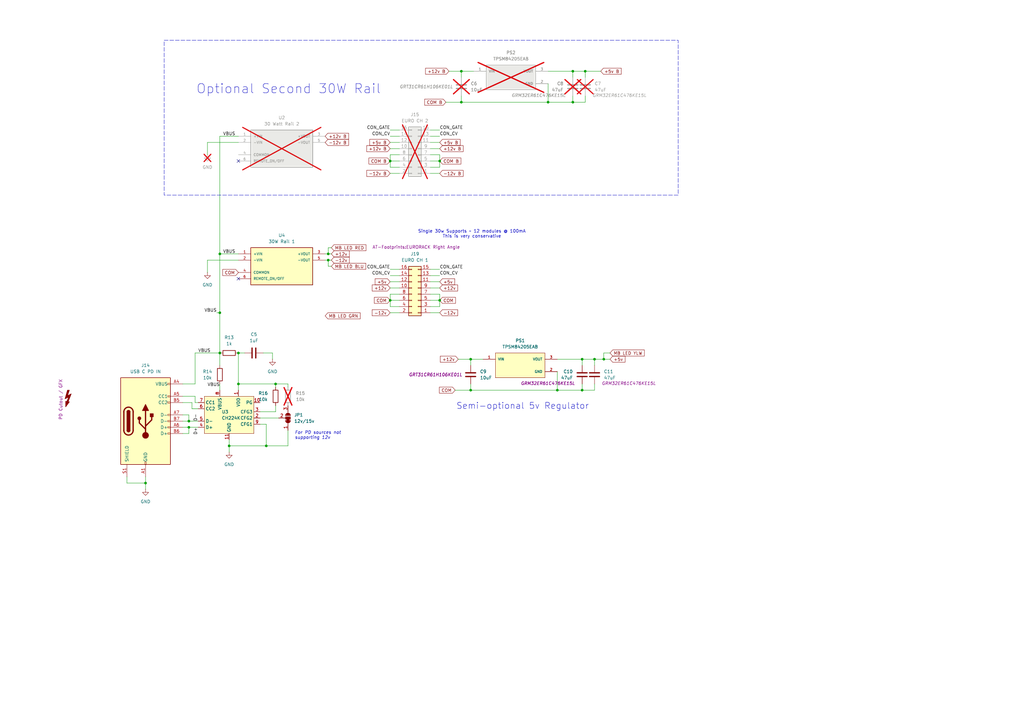
<source format=kicad_sch>
(kicad_sch (version 20231120) (generator "eeschema") (generator_version "8.0")
  (paper "A3")
  (title_block (title "Audio Thing Template") (rev "1.0") (company "velvia-fifty") (comment 1 "https://github.com/velvia-fifty/AudioThings") (comment 2 "You should have changed this already :)") (comment 4 "Stay humble"))
  (lib_symbols
    (symbol "AT-Symbols:CH224K"
      (property "Reference" "U" (at 10.16 -6.35 0))
      (property "Value" "CH224K" (at 10.16 -6.35 0))
      (symbol "CH224K_1_1"
        (rectangle (start 0 0) (end 20.32 -15.24) (fill (type background)))
        (pin power_in line (at 13.97 2.54 270) (length 2.54) (name "VDD") (number "1"))
        (pin bidirectional line (at 22.86 -2.54 180) (length 2.54) (name "PG") (number "10"))
        (pin passive line (at 10.16 -17.78 90) (length 2.54) (name "GND") (number "11"))
        (pin passive line (at 22.86 -8.89 180) (length 2.54) (name "CFG2") (number "2"))
        (pin passive line (at 22.86 -6.35 180) (length 2.54) (name "CFG3") (number "3"))
        (pin bidirectional line (at -2.54 -12.7 0) (length 2.54) (name "D+") (number "4"))
        (pin bidirectional line (at -2.54 -10.16 0) (length 2.54) (name "D-") (number "5"))
        (pin bidirectional line (at -2.54 -5.08 0) (length 2.54) (name "CC2") (number "6"))
        (pin bidirectional line (at -2.54 -2.54 0) (length 2.54) (name "CC1") (number "7"))
        (pin bidirectional line (at 6.35 2.54 270) (length 2.54) (name "VBUS") (number "8"))
        (pin passive line (at 22.86 -11.43 180) (length 2.54) (name "CFG1") (number "9"))
      )
    )
    (symbol "AT-Symbols:JSM25/30" (pin_names (offset 1.016))
      (property "Reference" "U" (at -12.7254 8.9154 0))
      (property "Value" "JSM25/3012D12" (at -12.7254 -10.1854 0))
      (symbol "JSM25/30_0_0"
        (rectangle (start -12.7 -7.62) (end 12.7 7.62) (stroke (width 0.254)) (fill (type background)))
        (pin input line (at -17.78 5.08 0) (length 5.08) (name "+VIN") (number "1"))
        (pin input line (at -17.78 2.54 0) (length 5.08) (name "-VIN") (number "2"))
        (pin output line (at 17.78 5.08 180) (length 5.08) (name "+VOUT") (number "3"))
        (pin input line (at -17.78 -2.54 0) (length 5.08) (name "COMMON") (number "4"))
        (pin output line (at 17.78 2.54 180) (length 5.08) (name "-VOUT") (number "5"))
        (pin bidirectional line (at -17.78 -5.08 0) (length 5.08) (name "REMOTE_ON/OFF") (number "6"))
      )
    )
    (symbol "AT-Symbols:TPSM84205EAB" (pin_names (offset 1.016))
      (property "Reference" "PS" (at -10.16 5.588 0))
      (property "Value" "TPSM84205EAB" (at -10.16 -7.62 0))
      (symbol "TPSM84205EAB_0_0"
        (rectangle (start -10.16 -5.08) (end 10.16 5.08) (stroke (width 0.1524)) (fill (type background)))
        (pin input line (at -15.24 2.54 0) (length 5.08) (name "VIN") (number "1"))
        (pin power_in line (at 15.24 -2.54 180) (length 5.08) (name "GND") (number "2"))
        (pin output line (at 15.24 2.54 180) (length 5.08) (name "VOUT") (number "3"))
      )
    )
    (symbol "Connector:USB_C_Receptacle_USB2.0_14P" (pin_names (offset 1.016))
      (property "Reference" "J" (at 0 22.225 0))
      (property "Value" "USB_C_Receptacle_USB2.0_14P" (at 0 19.685 0))
      (symbol "USB_C_Receptacle_USB2.0_14P_0_0"
        (rectangle (start -0.254 -17.78) (end 0.254 -16.764))
        (rectangle (start 10.16 -4.826) (end 9.144 -5.334))
        (rectangle (start 10.16 -2.286) (end 9.144 -2.794))
        (rectangle (start 10.16 0.254) (end 9.144 -0.254))
        (rectangle (start 10.16 2.794) (end 9.144 2.286))
        (rectangle (start 10.16 7.874) (end 9.144 7.366))
        (rectangle (start 10.16 10.414) (end 9.144 9.906))
        (rectangle (start 10.16 15.494) (end 9.144 14.986))
      )
      (symbol "USB_C_Receptacle_USB2.0_14P_0_1"
        (rectangle (start -10.16 17.78) (end 10.16 -17.78) (stroke (width 0.254)) (fill (type background)))
        (arc (start -8.89 -3.81) (mid -6.985 -5.7067) (end -5.08 -3.81) (stroke (width 0.508)))
        (arc (start -7.62 -3.81) (mid -6.985 -4.4423) (end -6.35 -3.81) (stroke (width 0.254)))
        (arc (start -7.62 -3.81) (mid -6.985 -4.4423) (end -6.35 -3.81) (stroke (width 0.254)) (fill (type outline)))
        (rectangle (start -7.62 -3.81) (end -6.35 3.81) (stroke (width 0.254)) (fill (type outline)))
        (arc (start -6.35 3.81) (mid -6.985 4.4423) (end -7.62 3.81) (stroke (width 0.254)))
        (arc (start -6.35 3.81) (mid -6.985 4.4423) (end -7.62 3.81) (stroke (width 0.254)) (fill (type outline)))
        (arc (start -5.08 3.81) (mid -6.985 5.7067) (end -8.89 3.81) (stroke (width 0.508)))
        (circle (center -2.54 1.143) (radius 0.635) (stroke (width 0.254)) (fill (type outline)))
        (circle (center 0 -5.842) (radius 1.27) (fill (type outline)))
        (polyline (pts (xy -8.89 -3.81) (xy -8.89 3.81)) (stroke (width 0.508)))
        (polyline (pts (xy -5.08 3.81) (xy -5.08 -3.81)) (stroke (width 0.508)))
        (polyline (pts (xy 0 -5.842) (xy 0 4.318)) (stroke (width 0.508)))
        (polyline (pts (xy 0 -3.302) (xy -2.54 -0.762) (xy -2.54 0.508)) (stroke (width 0.508)))
        (polyline (pts (xy 0 -2.032) (xy 2.54 0.508) (xy 2.54 1.778)) (stroke (width 0.508)))
        (polyline (pts (xy -1.27 4.318) (xy 0 6.858) (xy 1.27 4.318) (xy -1.27 4.318)) (stroke (width 0.254)) (fill (type outline)))
        (rectangle (start 1.905 1.778) (end 3.175 3.048) (stroke (width 0.254)) (fill (type outline)))
      )
      (symbol "USB_C_Receptacle_USB2.0_14P_1_1"
        (pin passive line (at 0 -22.86 90) (length 5.08) (name "GND") (number "A1"))
        (pin passive line (at 0 -22.86 90) (length 5.08) hide (name "GND") (number "A12"))
        (pin passive line (at 15.24 15.24 180) (length 5.08) (name "VBUS") (number "A4"))
        (pin bidirectional line (at 15.24 10.16 180) (length 5.08) (name "CC1") (number "A5"))
        (pin bidirectional line (at 15.24 -2.54 180) (length 5.08) (name "D+") (number "A6"))
        (pin bidirectional line (at 15.24 2.54 180) (length 5.08) (name "D-") (number "A7"))
        (pin passive line (at 15.24 15.24 180) (length 5.08) hide (name "VBUS") (number "A9"))
        (pin passive line (at 0 -22.86 90) (length 5.08) hide (name "GND") (number "B1"))
        (pin passive line (at 0 -22.86 90) (length 5.08) hide (name "GND") (number "B12"))
        (pin passive line (at 15.24 15.24 180) (length 5.08) hide (name "VBUS") (number "B4"))
        (pin bidirectional line (at 15.24 7.62 180) (length 5.08) (name "CC2") (number "B5"))
        (pin bidirectional line (at 15.24 -5.08 180) (length 5.08) (name "D+") (number "B6"))
        (pin bidirectional line (at 15.24 0 180) (length 5.08) (name "D-") (number "B7"))
        (pin passive line (at 15.24 15.24 180) (length 5.08) hide (name "VBUS") (number "B9"))
        (pin passive line (at -7.62 -22.86 90) (length 5.08) (name "SHIELD") (number "S1"))
      )
    )
    (symbol "Connector_Generic:Conn_02x08_Odd_Even" (pin_names (offset 1.016) hide)
      (property "Reference" "J" (at 1.27 10.16 0))
      (property "Value" "Conn_02x08_Odd_Even" (at 1.27 -12.7 0))
      (symbol "Conn_02x08_Odd_Even_1_1"
        (rectangle (start -1.27 -10.033) (end 0 -10.287) (stroke (width 0.1524)))
        (rectangle (start -1.27 -7.493) (end 0 -7.747) (stroke (width 0.1524)))
        (rectangle (start -1.27 -4.953) (end 0 -5.207) (stroke (width 0.1524)))
        (rectangle (start -1.27 -2.413) (end 0 -2.667) (stroke (width 0.1524)))
        (rectangle (start -1.27 0.127) (end 0 -0.127) (stroke (width 0.1524)))
        (rectangle (start -1.27 2.667) (end 0 2.413) (stroke (width 0.1524)))
        (rectangle (start -1.27 5.207) (end 0 4.953) (stroke (width 0.1524)))
        (rectangle (start -1.27 7.747) (end 0 7.493) (stroke (width 0.1524)))
        (rectangle (start -1.27 8.89) (end 3.81 -11.43) (stroke (width 0.254)) (fill (type background)))
        (rectangle (start 3.81 -10.033) (end 2.54 -10.287) (stroke (width 0.1524)))
        (rectangle (start 3.81 -7.493) (end 2.54 -7.747) (stroke (width 0.1524)))
        (rectangle (start 3.81 -4.953) (end 2.54 -5.207) (stroke (width 0.1524)))
        (rectangle (start 3.81 -2.413) (end 2.54 -2.667) (stroke (width 0.1524)))
        (rectangle (start 3.81 0.127) (end 2.54 -0.127) (stroke (width 0.1524)))
        (rectangle (start 3.81 2.667) (end 2.54 2.413) (stroke (width 0.1524)))
        (rectangle (start 3.81 5.207) (end 2.54 4.953) (stroke (width 0.1524)))
        (rectangle (start 3.81 7.747) (end 2.54 7.493) (stroke (width 0.1524)))
        (pin passive line (at -5.08 7.62 0) (length 3.81) (name "Pin_1") (number "1"))
        (pin passive line (at 7.62 -2.54 180) (length 3.81) (name "Pin_10") (number "10"))
        (pin passive line (at -5.08 -5.08 0) (length 3.81) (name "Pin_11") (number "11"))
        (pin passive line (at 7.62 -5.08 180) (length 3.81) (name "Pin_12") (number "12"))
        (pin passive line (at -5.08 -7.62 0) (length 3.81) (name "Pin_13") (number "13"))
        (pin passive line (at 7.62 -7.62 180) (length 3.81) (name "Pin_14") (number "14"))
        (pin passive line (at -5.08 -10.16 0) (length 3.81) (name "Pin_15") (number "15"))
        (pin passive line (at 7.62 -10.16 180) (length 3.81) (name "Pin_16") (number "16"))
        (pin passive line (at 7.62 7.62 180) (length 3.81) (name "Pin_2") (number "2"))
        (pin passive line (at -5.08 5.08 0) (length 3.81) (name "Pin_3") (number "3"))
        (pin passive line (at 7.62 5.08 180) (length 3.81) (name "Pin_4") (number "4"))
        (pin passive line (at -5.08 2.54 0) (length 3.81) (name "Pin_5") (number "5"))
        (pin passive line (at 7.62 2.54 180) (length 3.81) (name "Pin_6") (number "6"))
        (pin passive line (at -5.08 0 0) (length 3.81) (name "Pin_7") (number "7"))
        (pin passive line (at 7.62 0 180) (length 3.81) (name "Pin_8") (number "8"))
        (pin passive line (at -5.08 -2.54 0) (length 3.81) (name "Pin_9") (number "9"))
      )
    )
    (symbol "Device:C" (pin_numbers hide) (pin_names (offset 0.254))
      (property "Reference" "C" (at 0.635 2.54 0))
      (property "Value" "C" (at 0.635 -2.54 0))
      (symbol "C_0_1"
        (polyline (pts (xy -2.032 -0.762) (xy 2.032 -0.762)) (stroke (width 0.508)))
        (polyline (pts (xy -2.032 0.762) (xy 2.032 0.762)) (stroke (width 0.508)))
      )
      (symbol "C_1_1"
        (pin passive line (at 0 3.81 270) (length 2.794) (name "~") (number "1"))
        (pin passive line (at 0 -3.81 90) (length 2.794) (name "~") (number "2"))
      )
    )
    (symbol "Device:R" (pin_numbers hide) (pin_names (offset 0))
      (property "Reference" "R" (at 2.032 0 90))
      (property "Value" "R" (at 0 0 90))
      (symbol "R_0_1"
        (rectangle (start -1.016 -2.54) (end 1.016 2.54) (stroke (width 0.254)))
      )
      (symbol "R_1_1"
        (pin passive line (at 0 3.81 270) (length 1.27) (name "~") (number "1"))
        (pin passive line (at 0 -3.81 90) (length 1.27) (name "~") (number "2"))
      )
    )
    (symbol "Graphic:SYM_Flash_Small" (in_bom no) (on_board no)
      (symbol "SYM_Flash_Small_0_1"
        (polyline (pts (xy 0.508 -1.016) (xy -1.016 -0.762) (xy -1.016 -3.048) (xy 0.508 -1.016)) (stroke (width 0.2032)) (fill (type outline)))
        (polyline (pts (xy -0.254 3.81) (xy 0.508 3.81) (xy -0.254 1.524) (xy 1.27 2.286) (xy 0 -1.016) (xy -0.508 -0.762) (xy 0.254 1.016) (xy -1.27 0.254) (xy -0.254 3.81)) (stroke (width 0.2032)) (fill (type outline)))
      )
    )
    (symbol "Jumper:SolderJumper_3_Bridged12" (pin_names (offset 0) hide) (exclude_from_sim yes) (in_bom no)
      (property "Reference" "JP" (at -2.54 -2.54 0))
      (property "Value" "SolderJumper_3_Bridged12" (at 0 2.794 0))
      (symbol "SolderJumper_3_Bridged12_0_1"
        (rectangle (start -1.016 0.508) (end -0.508 -0.508) (fill (type outline)))
        (arc (start -1.016 1.016) (mid -2.0276 0) (end -1.016 -1.016))
        (arc (start -1.016 1.016) (mid -2.0276 0) (end -1.016 -1.016) (fill (type outline)))
        (rectangle (start -0.508 1.016) (end 0.508 -1.016) (fill (type outline)))
        (polyline (pts (xy -2.54 0) (xy -2.032 0)))
        (polyline (pts (xy -1.016 1.016) (xy -1.016 -1.016)))
        (polyline (pts (xy 0 -1.27) (xy 0 -1.016)))
        (polyline (pts (xy 1.016 1.016) (xy 1.016 -1.016)))
        (polyline (pts (xy 2.54 0) (xy 2.032 0)))
        (arc (start 1.016 -1.016) (mid 2.0276 0) (end 1.016 1.016))
        (arc (start 1.016 -1.016) (mid 2.0276 0) (end 1.016 1.016) (fill (type outline)))
      )
      (symbol "SolderJumper_3_Bridged12_1_1"
        (pin passive line (at -5.08 0 0) (length 2.54) (name "A") (number "1"))
        (pin passive line (at 0 -3.81 90) (length 2.54) (name "C") (number "2"))
        (pin passive line (at 5.08 0 180) (length 2.54) (name "B") (number "3"))
      )
    )
    (symbol "power:GND" (power) (pin_numbers hide) (pin_names (offset 0) hide)
      (property "Value" "GND" (at 0 -3.81 0))
      (symbol "GND_0_1"
        (polyline (pts (xy 0 0) (xy 0 -1.27) (xy 1.27 -1.27) (xy 0 -2.54) (xy -1.27 -1.27) (xy 0 -1.27)))
      )
      (symbol "GND_1_1"
        (pin power_in line (at 0 0 270) (length 0) (name "~") (number "1"))
      )
    )
  )
  (junction (at 234.95 29.21))
  (junction (at 134.62 104.14))
  (junction (at 247.65 147.32))
  (junction (at 234.95 41.91))
  (junction (at 238.76 160.02))
  (junction (at 160.02 66.04))
  (junction (at 77.47 172.72))
  (junction (at 193.04 147.32))
  (junction (at 93.98 182.88))
  (junction (at 228.6 160.02))
  (junction (at 90.17 104.14))
  (junction (at 193.04 160.02))
  (junction (at 113.03 157.48))
  (junction (at 109.22 182.88))
  (junction (at 189.23 29.21))
  (junction (at 90.17 128.27))
  (junction (at 189.23 41.91))
  (junction (at 59.69 198.12))
  (junction (at 160.02 123.19))
  (junction (at 97.79 144.78))
  (junction (at 77.47 175.26))
  (junction (at 180.34 123.19))
  (junction (at 97.79 157.48))
  (junction (at 134.62 106.68))
  (junction (at 180.34 66.04))
  (junction (at 240.03 29.21))
  (junction (at 238.76 147.32))
  (junction (at 224.79 41.91))
  (junction (at 243.84 147.32))
  (junction (at 90.17 144.78))
  (no_connect (at 97.79 114.3))
  (no_connect (at 97.79 66.04))
  (wire (pts (xy 90.17 144.78) (xy 90.17 149.86)))
  (wire (pts (xy 189.23 29.21) (xy 189.23 31.75)))
  (wire (pts (xy 78.74 165.1) (xy 74.93 165.1)))
  (wire (pts (xy 135.89 106.68) (xy 134.62 106.68)))
  (wire (pts (xy 77.47 170.18) (xy 77.47 172.72)))
  (wire (pts (xy 118.11 176.53) (xy 118.11 182.88)))
  (wire (pts (xy 180.34 125.73) (xy 176.53 125.73)))
  (wire (pts (xy 160.02 58.42) (xy 163.83 58.42)))
  (wire (pts (xy 180.34 55.88) (xy 176.53 55.88)))
  (wire (pts (xy 247.65 144.78) (xy 247.65 147.32)))
  (wire (pts (xy 90.17 157.48) (xy 90.17 160.02)))
  (wire (pts (xy 180.34 123.19) (xy 176.53 123.19)))
  (wire (pts (xy 160.02 53.34) (xy 163.83 53.34)))
  (wire (pts (xy 77.47 175.26) (xy 81.28 175.26)))
  (wire (pts (xy 180.34 63.5) (xy 180.34 66.04)))
  (wire (pts (xy 250.19 144.78) (xy 247.65 144.78)))
  (wire (pts (xy 77.47 172.72) (xy 81.28 172.72)))
  (wire (pts (xy 80.01 165.1) (xy 81.28 165.1)))
  (wire (pts (xy 59.69 198.12) (xy 59.69 195.58)))
  (wire (pts (xy 240.03 41.91) (xy 234.95 41.91)))
  (wire (pts (xy 109.22 182.88) (xy 109.22 173.99)))
  (wire (pts (xy 97.79 104.14) (xy 90.17 104.14)))
  (wire (pts (xy 97.79 157.48) (xy 97.79 160.02)))
  (wire (pts (xy 186.69 160.02) (xy 193.04 160.02)))
  (wire (pts (xy 134.62 104.14) (xy 133.35 104.14)))
  (wire (pts (xy 198.12 147.32) (xy 193.04 147.32)))
  (wire (pts (xy 193.04 147.32) (xy 193.04 149.86)))
  (wire (pts (xy 182.88 41.91) (xy 189.23 41.91)))
  (wire (pts (xy 193.04 160.02) (xy 228.6 160.02)))
  (wire (pts (xy 93.98 180.34) (xy 93.98 182.88)))
  (wire (pts (xy 109.22 173.99) (xy 106.68 173.99)))
  (wire (pts (xy 85.09 63.5) (xy 85.09 58.42)))
  (wire (pts (xy 184.15 29.21) (xy 189.23 29.21)))
  (wire (pts (xy 160.02 113.03) (xy 163.83 113.03)))
  (wire (pts (xy 228.6 160.02) (xy 228.6 152.4)))
  (wire (pts (xy 74.93 170.18) (xy 77.47 170.18)))
  (wire (pts (xy 90.17 104.14) (xy 90.17 128.27)))
  (wire (pts (xy 160.02 128.27) (xy 163.83 128.27)))
  (wire (pts (xy 135.89 109.22) (xy 134.62 109.22)))
  (wire (pts (xy 85.09 58.42) (xy 97.79 58.42)))
  (wire (pts (xy 160.02 66.04) (xy 160.02 68.58)))
  (wire (pts (xy 85.09 106.68) (xy 97.79 106.68)))
  (wire (pts (xy 160.02 118.11) (xy 163.83 118.11)))
  (wire (pts (xy 80.01 157.48) (xy 80.01 144.78)))
  (wire (pts (xy 238.76 157.48) (xy 238.76 160.02)))
  (wire (pts (xy 243.84 160.02) (xy 238.76 160.02)))
  (wire (pts (xy 93.98 185.42) (xy 93.98 182.88)))
  (wire (pts (xy 234.95 39.37) (xy 234.95 41.91)))
  (wire (pts (xy 113.03 157.48) (xy 113.03 158.75)))
  (wire (pts (xy 78.74 167.64) (xy 78.74 165.1)))
  (wire (pts (xy 160.02 123.19) (xy 160.02 125.73)))
  (wire (pts (xy 93.98 182.88) (xy 109.22 182.88)))
  (wire (pts (xy 90.17 55.88) (xy 90.17 104.14)))
  (wire (pts (xy 100.33 144.78) (xy 97.79 144.78)))
  (wire (pts (xy 118.11 157.48) (xy 118.11 158.75)))
  (wire (pts (xy 180.34 120.65) (xy 180.34 123.19)))
  (wire (pts (xy 52.07 198.12) (xy 59.69 198.12)))
  (wire (pts (xy 180.34 118.11) (xy 176.53 118.11)))
  (wire (pts (xy 193.04 160.02) (xy 193.04 157.48)))
  (wire (pts (xy 85.09 111.76) (xy 85.09 106.68)))
  (wire (pts (xy 240.03 29.21) (xy 234.95 29.21)))
  (wire (pts (xy 52.07 195.58) (xy 52.07 198.12)))
  (wire (pts (xy 187.96 147.32) (xy 193.04 147.32)))
  (wire (pts (xy 243.84 147.32) (xy 238.76 147.32)))
  (wire (pts (xy 160.02 120.65) (xy 163.83 120.65)))
  (wire (pts (xy 134.62 106.68) (xy 133.35 106.68)))
  (wire (pts (xy 160.02 63.5) (xy 163.83 63.5)))
  (wire (pts (xy 80.01 144.78) (xy 90.17 144.78)))
  (wire (pts (xy 180.34 58.42) (xy 176.53 58.42)))
  (wire (pts (xy 81.28 167.64) (xy 78.74 167.64)))
  (wire (pts (xy 180.34 123.19) (xy 180.34 125.73)))
  (wire (pts (xy 97.79 144.78) (xy 97.79 157.48)))
  (wire (pts (xy 180.34 68.58) (xy 176.53 68.58)))
  (wire (pts (xy 160.02 55.88) (xy 163.83 55.88)))
  (wire (pts (xy 180.34 120.65) (xy 176.53 120.65)))
  (wire (pts (xy 113.03 157.48) (xy 118.11 157.48)))
  (wire (pts (xy 59.69 200.66) (xy 59.69 198.12)))
  (wire (pts (xy 88.9 128.27) (xy 90.17 128.27)))
  (wire (pts (xy 160.02 60.96) (xy 163.83 60.96)))
  (wire (pts (xy 160.02 110.49) (xy 163.83 110.49)))
  (wire (pts (xy 74.93 157.48) (xy 80.01 157.48)))
  (wire (pts (xy 228.6 160.02) (xy 238.76 160.02)))
  (wire (pts (xy 180.34 63.5) (xy 176.53 63.5)))
  (wire (pts (xy 180.34 66.04) (xy 176.53 66.04)))
  (wire (pts (xy 134.62 101.6) (xy 134.62 104.14)))
  (wire (pts (xy 234.95 29.21) (xy 234.95 31.75)))
  (wire (pts (xy 77.47 177.8) (xy 74.93 177.8)))
  (wire (pts (xy 180.34 110.49) (xy 176.53 110.49)))
  (wire (pts (xy 224.79 41.91) (xy 224.79 34.29)))
  (wire (pts (xy 180.34 113.03) (xy 176.53 113.03)))
  (wire (pts (xy 160.02 68.58) (xy 163.83 68.58)))
  (wire (pts (xy 160.02 71.12) (xy 163.83 71.12)))
  (wire (pts (xy 234.95 29.21) (xy 224.79 29.21)))
  (wire (pts (xy 247.65 147.32) (xy 243.84 147.32)))
  (wire (pts (xy 109.22 182.88) (xy 118.11 182.88)))
  (wire (pts (xy 243.84 157.48) (xy 243.84 160.02)))
  (wire (pts (xy 240.03 29.21) (xy 240.03 31.75)))
  (wire (pts (xy 243.84 147.32) (xy 243.84 149.86)))
  (wire (pts (xy 189.23 41.91) (xy 224.79 41.91)))
  (wire (pts (xy 246.38 29.21) (xy 240.03 29.21)))
  (wire (pts (xy 160.02 66.04) (xy 163.83 66.04)))
  (wire (pts (xy 224.79 41.91) (xy 234.95 41.91)))
  (wire (pts (xy 160.02 120.65) (xy 160.02 123.19)))
  (wire (pts (xy 106.68 168.91) (xy 113.03 168.91)))
  (wire (pts (xy 90.17 55.88) (xy 97.79 55.88)))
  (wire (pts (xy 180.34 66.04) (xy 180.34 68.58)))
  (wire (pts (xy 135.89 101.6) (xy 134.62 101.6)))
  (wire (pts (xy 74.93 172.72) (xy 77.47 172.72)))
  (wire (pts (xy 160.02 63.5) (xy 160.02 66.04)))
  (wire (pts (xy 160.02 115.57) (xy 163.83 115.57)))
  (wire (pts (xy 80.01 162.56) (xy 74.93 162.56)))
  (wire (pts (xy 114.3 171.45) (xy 106.68 171.45)))
  (wire (pts (xy 180.34 128.27) (xy 176.53 128.27)))
  (wire (pts (xy 238.76 147.32) (xy 228.6 147.32)))
  (wire (pts (xy 250.19 147.32) (xy 247.65 147.32)))
  (wire (pts (xy 134.62 109.22) (xy 134.62 106.68)))
  (wire (pts (xy 194.31 29.21) (xy 189.23 29.21)))
  (wire (pts (xy 80.01 165.1) (xy 80.01 162.56)))
  (wire (pts (xy 135.89 104.14) (xy 134.62 104.14)))
  (wire (pts (xy 111.76 147.32) (xy 111.76 144.78)))
  (wire (pts (xy 111.76 144.78) (xy 107.95 144.78)))
  (wire (pts (xy 77.47 175.26) (xy 77.47 177.8)))
  (wire (pts (xy 180.34 60.96) (xy 176.53 60.96)))
  (wire (pts (xy 189.23 41.91) (xy 189.23 39.37)))
  (wire (pts (xy 113.03 168.91) (xy 113.03 166.37)))
  (wire (pts (xy 74.93 175.26) (xy 77.47 175.26)))
  (wire (pts (xy 238.76 147.32) (xy 238.76 149.86)))
  (wire (pts (xy 90.17 128.27) (xy 90.17 144.78)))
  (wire (pts (xy 240.03 39.37) (xy 240.03 41.91)))
  (wire (pts (xy 180.34 71.12) (xy 176.53 71.12)))
  (wire (pts (xy 97.79 157.48) (xy 113.03 157.48)))
  (wire (pts (xy 160.02 123.19) (xy 163.83 123.19)))
  (wire (pts (xy 180.34 53.34) (xy 176.53 53.34)))
  (wire (pts (xy 180.34 115.57) (xy 176.53 115.57)))
  (wire (pts (xy 160.02 125.73) (xy 163.83 125.73)))
  (rectangle (start 67.31 16.51) (end 278.13 80.01) (stroke (width 0) (type dash)))
  (text "For PD sources not\nsupporting 12v" (at 120.904 178.562 0) (effects (font (size 1.27 1.27) (italic yes)) (justify left)))
  (text "Optional Second 30W Rail" (at 118.364 36.576 0) (effects (font (size 3.81 3.81))))
  (text "Single 30w Supports ~ 12 modules @ 100mA\nThis is very conservative" (at 193.548 96.012 0) (effects (font (size 1.27 1.27))))
  (text "Semi-optional 5v Regulator" (at 214.376 166.624 0) (effects (font (size 2.54 2.54))))
  (label "CON_CV" (at 180.34 113.03 0))
  (label "CON_CV" (at 180.34 55.88 0))
  (label "VBUS" (at 88.9 128.27 180))
  (label "D+" (at 81.28 175.26 270))
  (label "CON_GATE" (at 160.02 53.34 180))
  (label "VBUS" (at 96.52 104.14 180))
  (label "VBUS" (at 96.52 55.88 180))
  (label "CON_GATE" (at 160.02 110.49 180))
  (label "CON_GATE" (at 180.34 53.34 0))
  (label "CON_GATE" (at 180.34 110.49 0))
  (label "CON_CV" (at 160.02 55.88 180))
  (label "D-" (at 81.28 172.72 90))
  (label "VBUS" (at 86.36 144.78 180))
  (label "VBUS" (at 90.17 158.75 180))
  (label "CON_CV" (at 160.02 113.03 180))
  (global_label "+5v B" (shape input) (at 160.02 58.42 180) (property "Intersheetrefs" "${INTERSHEET_REFS}" (effects (hide yes))))
  (global_label "COM" (shape input) (at 97.79 111.76 180) (property "Intersheetrefs" "${INTERSHEET_REFS}" (effects (hide yes))))
  (global_label "-12v" (shape input) (at 135.89 106.68 0) (property "Intersheetrefs" "${INTERSHEET_REFS}" (effects (hide yes))))
  (global_label "+5v B" (shape input) (at 246.38 29.21 0) (property "Intersheetrefs" "${INTERSHEET_REFS}" (effects (hide yes))))
  (global_label "COM" (shape input) (at 180.34 123.19 0) (property "Intersheetrefs" "${INTERSHEET_REFS}" (effects (hide yes))))
  (global_label "+5v" (shape input) (at 160.02 115.57 180) (property "Intersheetrefs" "${INTERSHEET_REFS}" (effects (hide yes))))
  (global_label "COM" (shape input) (at 160.02 123.19 180) (property "Intersheetrefs" "${INTERSHEET_REFS}" (effects (hide yes))))
  (global_label "COM B" (shape input) (at 182.88 41.91 180) (property "Intersheetrefs" "${INTERSHEET_REFS}" (effects (hide yes))))
  (global_label "+5v" (shape input) (at 250.19 147.32 0) (property "Intersheetrefs" "${INTERSHEET_REFS}" (effects (hide yes))))
  (global_label "+12v" (shape input) (at 187.96 147.32 180) (property "Intersheetrefs" "${INTERSHEET_REFS}" (effects (hide yes))))
  (global_label "MB LED YLW" (shape input) (at 250.19 144.78 0) (property "Intersheetrefs" "${INTERSHEET_REFS}" (effects (hide yes))))
  (global_label "MB LED GRN" (shape input) (at 133.35 129.54 0) (property "Intersheetrefs" "${INTERSHEET_REFS}" (effects (hide yes))))
  (global_label "+12v B" (shape input) (at 184.15 29.21 180) (property "Intersheetrefs" "${INTERSHEET_REFS}" (effects (hide yes))))
  (global_label "-12v" (shape input) (at 180.34 128.27 0) (property "Intersheetrefs" "${INTERSHEET_REFS}" (effects (hide yes))))
  (global_label "-12v" (shape input) (at 160.02 128.27 180) (property "Intersheetrefs" "${INTERSHEET_REFS}" (effects (hide yes))))
  (global_label "MB LED RED" (shape input) (at 135.89 101.6 0) (property "Intersheetrefs" "${INTERSHEET_REFS}" (effects (hide yes))))
  (global_label "+12v" (shape input) (at 135.89 104.14 0) (property "Intersheetrefs" "${INTERSHEET_REFS}" (effects (hide yes))))
  (global_label "+12v" (shape input) (at 160.02 118.11 180) (property "Intersheetrefs" "${INTERSHEET_REFS}" (effects (hide yes))))
  (global_label "MB LED BLU" (shape input) (at 135.89 109.22 0) (property "Intersheetrefs" "${INTERSHEET_REFS}" (effects (hide yes))))
  (global_label "+12v" (shape input) (at 180.34 118.11 0) (property "Intersheetrefs" "${INTERSHEET_REFS}" (effects (hide yes))))
  (global_label "+12v B" (shape input) (at 180.34 60.96 0) (property "Intersheetrefs" "${INTERSHEET_REFS}" (effects (hide yes))))
  (global_label "+12v B" (shape input) (at 133.35 55.88 0) (property "Intersheetrefs" "${INTERSHEET_REFS}" (effects (hide yes))))
  (global_label "-12v B" (shape input) (at 180.34 71.12 0) (property "Intersheetrefs" "${INTERSHEET_REFS}" (effects (hide yes))))
  (global_label "COM B" (shape input) (at 160.02 66.04 180) (property "Intersheetrefs" "${INTERSHEET_REFS}" (effects (hide yes))))
  (global_label "+5v" (shape input) (at 180.34 115.57 0) (property "Intersheetrefs" "${INTERSHEET_REFS}" (effects (hide yes))))
  (global_label "+12v B" (shape input) (at 160.02 60.96 180) (property "Intersheetrefs" "${INTERSHEET_REFS}" (effects (hide yes))))
  (global_label "+5v B" (shape input) (at 180.34 58.42 0) (property "Intersheetrefs" "${INTERSHEET_REFS}" (effects (hide yes))))
  (global_label "-12v B" (shape input) (at 133.35 58.42 0) (property "Intersheetrefs" "${INTERSHEET_REFS}" (effects (hide yes))))
  (global_label "-12v B" (shape input) (at 160.02 71.12 180) (property "Intersheetrefs" "${INTERSHEET_REFS}" (effects (hide yes))))
  (global_label "COM B" (shape input) (at 180.34 66.04 0) (property "Intersheetrefs" "${INTERSHEET_REFS}" (effects (hide yes))))
  (global_label "COM" (shape input) (at 186.69 160.02 180) (property "Intersheetrefs" "${INTERSHEET_REFS}" (effects (hide yes))))
  (symbol (lib_id "Device:C") (at 104.14 144.78 90) (unit 1)
    (property "Reference" "C5" (at 104.14 137.16 90))
    (property "Value" "1uF" (at 104.14 139.7 90))
    (property "Footprint" "Capacitor_SMD:C_0805_2012Metric_Pad1.18x1.45mm_HandSolder" (effects (hide yes)))
    (property "Description" "Unpolarized capacitor" (effects (hide yes)))
  )
  (symbol (lib_id "Connector_Generic:Conn_02x08_Odd_Even") (at 171.45 63.5 180) (unit 1) (dnp yes)
    (property "Reference" "J15" (at 170.18 46.99 0))
    (property "Value" "EURO CH 2" (at 170.18 49.53 0))
    (property "Footprint" "AT-Footprints:EURORACK Right Angle" (effects (hide yes)))
    (property "Description" "Generic connector, double row, 02x08, odd/even pin numbering scheme (row 1 odd numbers, row 2 even numbers), script generated (kicad-library-utils/schlib/autogen/connector/)" (effects (hide yes)))
  )
  (symbol (lib_id "AT-Symbols:JSM25/30") (at 115.57 60.96 0) (unit 1) (dnp yes)
    (property "Reference" "U2" (at 115.57 48.26 0))
    (property "Value" "30 Watt Rail 2" (at 115.57 50.8 0))
    (property "Footprint" "AT-Footprints:MODULE_JSM2512D12" (effects (hide yes)))
    (property "PARTREV" "N/A" (effects (hide yes)))
    (property "MANUFACTURER" "XP Power" (effects (hide yes)))
    (property "STANDARD" "MANUFACTURER RECOMMENDATIONS" (effects (hide yes)))
  )
  (symbol (lib_id "power:GND") (at 85.09 111.76 0) (unit 1)
    (property "Reference" "#PWR029" (effects (hide yes)))
    (property "Value" "GND" (at 85.09 116.84 0))
    (property "Description" "Power symbol creates a global label with name \"GND\" , ground" (effects (hide yes)))
  )
  (symbol (lib_id "power:GND") (at 85.09 63.5 0) (unit 1) (dnp yes)
    (property "Reference" "#PWR030" (effects (hide yes)))
    (property "Value" "GND" (at 85.09 68.58 0))
    (property "Description" "Power symbol creates a global label with name \"GND\" , ground" (effects (hide yes)))
  )
  (symbol (lib_id "AT-Symbols:CH224K") (at 83.82 162.56 0) (unit 1)
    (property "Reference" "U3" (at 90.932 168.91 0) (effects (justify left)))
    (property "Value" "CH224K" (at 90.932 171.45 0) (effects (justify left)))
    (property "Footprint" "Package_SO:SSOP-10-1EP_3.9x4.9mm_P1mm_EP2.1x3.3mm" (effects (hide yes)))
    (property "Datasheet" "https://www.lcsc.com/datasheet/lcsc_datasheet_2403131354_WCH-Jiangsu-Qin-Heng-CH224K_C970725.pdf" (effects (hide yes)))
    (property "Description" "https://www.lcsc.com/product-detail/USB-PD_WCH-Jiangsu-Qin-Heng-CH224K_C970725.html" (effects (hide yes)))
  )
  (symbol (lib_id "Device:C") (at 238.76 153.67 0) (mirror y) (unit 1)
    (property "Reference" "C10" (at 234.95 152.3999 0) (effects (justify left)))
    (property "Value" "47uF" (at 234.95 154.9399 0) (effects (justify left)))
    (property "Footprint" "Capacitor_SMD:C_1206_3216Metric_Pad1.33x1.80mm_HandSolder" (effects (hide yes)))
    (property "Description" "Unpolarized capacitor" (effects (hide yes)))
    (property "Field5" "GRM32ER61C476KE15L" (at 224.79 157.226 0) (effects (font (italic yes))))
  )
  (symbol (lib_id "Device:C") (at 189.23 35.56 0) (unit 1) (dnp yes)
    (property "Reference" "C6" (at 193.04 34.2899 0) (effects (justify left)))
    (property "Value" "10uF" (at 193.04 36.8299 0) (effects (justify left)))
    (property "Footprint" "Capacitor_SMD:C_1206_3216Metric_Pad1.33x1.80mm_HandSolder" (effects (hide yes)))
    (property "Description" "Unpolarized capacitor" (effects (hide yes)))
    (property "Field5" "GRT31CR61H106KE01L" (at 174.752 35.56 0) (effects (font (italic yes))))
  )
  (symbol (lib_id "Device:R") (at 113.03 162.56 180) (unit 1)
    (property "Reference" "R16" (at 107.95 161.29 0))
    (property "Value" "10k" (at 107.95 163.83 0))
    (property "Footprint" "Resistor_SMD:R_0805_2012Metric_Pad1.20x1.40mm_HandSolder" (effects (hide yes)))
    (property "Description" "Resistor" (effects (hide yes)))
  )
  (symbol (lib_id "Device:R") (at 118.11 162.56 0) (mirror x) (unit 1) (dnp yes)
    (property "Reference" "R15" (at 123.19 161.29 0))
    (property "Value" "10k" (at 123.19 163.83 0))
    (property "Footprint" "Resistor_SMD:R_0805_2012Metric_Pad1.20x1.40mm_HandSolder" (effects (hide yes)))
    (property "Description" "Resistor" (effects (hide yes)))
  )
  (symbol (lib_id "Device:C") (at 243.84 153.67 0) (unit 1)
    (property "Reference" "C11" (at 247.65 152.3999 0) (effects (justify left)))
    (property "Value" "47uF" (at 247.65 154.9399 0) (effects (justify left)))
    (property "Footprint" "Capacitor_SMD:C_1206_3216Metric_Pad1.33x1.80mm_HandSolder" (effects (hide yes)))
    (property "Description" "Unpolarized capacitor" (effects (hide yes)))
    (property "Field5" "GRM32ER61C476KE15L" (at 257.81 157.226 0) (effects (font (italic yes))))
  )
  (symbol (lib_id "power:GND") (at 59.69 200.66 0) (unit 1)
    (property "Reference" "#PWR028" (effects (hide yes)))
    (property "Value" "GND" (at 59.69 205.74 0))
    (property "Description" "Power symbol creates a global label with name \"GND\" , ground" (effects (hide yes)))
  )
  (symbol (lib_id "Device:C") (at 193.04 153.67 0) (unit 1)
    (property "Reference" "C9" (at 196.85 152.3999 0) (effects (justify left)))
    (property "Value" "10uF" (at 196.85 154.9399 0) (effects (justify left)))
    (property "Footprint" "Capacitor_SMD:C_1206_3216Metric_Pad1.33x1.80mm_HandSolder" (effects (hide yes)))
    (property "Description" "Unpolarized capacitor" (effects (hide yes)))
    (property "Field5" "GRT31CR61H106KE01L" (at 178.562 153.67 0) (effects (font (italic yes))))
  )
  (symbol (lib_id "power:GND") (at 111.76 147.32 0) (unit 1)
    (property "Reference" "#PWR027" (effects (hide yes)))
    (property "Value" "GND" (at 111.76 152.4 0))
    (property "Description" "Power symbol creates a global label with name \"GND\" , ground" (effects (hide yes)))
  )
  (symbol (lib_id "Device:C") (at 240.03 35.56 0) (unit 1) (dnp yes)
    (property "Reference" "C7" (at 243.84 34.2899 0) (effects (justify left)))
    (property "Value" "47uF" (at 243.84 36.8299 0) (effects (justify left)))
    (property "Footprint" "Capacitor_SMD:C_1206_3216Metric_Pad1.33x1.80mm_HandSolder" (effects (hide yes)))
    (property "Description" "Unpolarized capacitor" (effects (hide yes)))
    (property "Field5" "GRM32ER61C476KE15L" (at 254 39.116 0) (effects (font (italic yes))))
  )
  (symbol (lib_id "AT-Symbols:JSM25/30") (at 115.57 109.22 0) (unit 1)
    (property "Reference" "U4" (at 115.57 96.52 0))
    (property "Value" "30W Rail 1" (at 115.57 99.06 0))
    (property "Footprint" "AT-Footprints:MODULE_JSM2512D12" (effects (hide yes)))
    (property "PARTREV" "N/A" (effects (hide yes)))
    (property "MANUFACTURER" "XP Power" (effects (hide yes)))
    (property "STANDARD" "MANUFACTURER RECOMMENDATIONS" (effects (hide yes)))
  )
  (symbol (lib_id "Connector:USB_C_Receptacle_USB2.0_14P") (at 59.69 172.72 0) (unit 1)
    (property "Reference" "J14" (at 59.69 149.86 0))
    (property "Value" "USB C PD IN" (at 59.69 152.4 0))
    (property "Footprint" "Connector_USB:USB_C_Receptacle_GCT_USB4105-xx-A_16P_TopMnt_Horizontal" (effects (hide yes)))
    (property "Datasheet" "https://www.usb.org/sites/default/files/documents/usb_type-c.zip" (effects (hide yes)))
    (property "Description" "USB 2.0-only 14P Type-C Receptacle connector" (effects (hide yes)))
  )
  (symbol (lib_id "Connector_Generic:Conn_02x08_Odd_Even") (at 171.45 120.65 180) (unit 1)
    (property "Reference" "J19" (at 170.18 104.14 0))
    (property "Value" "EURO CH 1" (at 170.18 106.68 0))
    (property "Footprint" "AT-Footprints:EURORACK Right Angle" (at 170.688 101.346 0))
    (property "Description" "Generic connector, double row, 02x08, odd/even pin numbering scheme (row 1 odd numbers, row 2 even numbers), script generated (kicad-library-utils/schlib/autogen/connector/)" (effects (hide yes)))
  )
  (symbol (lib_id "Jumper:SolderJumper_3_Bridged12") (at 118.11 171.45 270) (mirror x) (unit 1) (exclude_from_sim yes) (in_bom no)
    (property "Reference" "JP1" (at 120.65 170.1799 90) (effects (justify left)))
    (property "Value" "12v/15v" (at 120.65 172.7199 90) (effects (justify left)))
    (property "Footprint" "Jumper:SolderJumper-3_P1.3mm_Bridged2Bar12_Pad1.0x1.5mm" (effects (hide yes)))
    (property "Description" "3-pole Solder Jumper, pins 1+2 closed/bridged" (effects (hide yes)))
  )
  (symbol (lib_id "AT-Symbols:TPSM84205EAB") (at 213.36 149.86 0) (unit 1)
    (property "Reference" "PS1" (at 213.36 139.7 0))
    (property "Value" "TPSM84205EAB" (at 213.36 142.24 0))
    (property "Footprint" "AT-Footprints:CONV_TPSM84205EAB" (effects (hide yes)))
    (property "STANDARD" "Manufacturer Recommendations" (effects (hide yes)))
    (property "MAXIMUM_PACKAGE_HEIGHT" "11.1mm" (effects (hide yes)))
    (property "MANUFACTURER" "Texas Instruments" (effects (hide yes)))
  )
  (symbol (lib_id "Device:R") (at 90.17 153.67 180) (unit 1)
    (property "Reference" "R14" (at 85.09 152.4 0))
    (property "Value" "10k" (at 85.09 154.94 0))
    (property "Footprint" "Resistor_SMD:R_0805_2012Metric_Pad1.20x1.40mm_HandSolder" (effects (hide yes)))
    (property "Description" "Resistor" (effects (hide yes)))
  )
  (symbol (lib_id "Device:C") (at 234.95 35.56 0) (mirror y) (unit 1) (dnp yes)
    (property "Reference" "C8" (at 231.14 34.2899 0) (effects (justify left)))
    (property "Value" "47uF" (at 231.14 36.8299 0) (effects (justify left)))
    (property "Footprint" "Capacitor_SMD:C_1206_3216Metric_Pad1.33x1.80mm_HandSolder" (effects (hide yes)))
    (property "Description" "Unpolarized capacitor" (effects (hide yes)))
    (property "Field5" "GRM32ER61C476KE15L" (at 220.98 39.116 0) (effects (font (italic yes))))
  )
  (symbol (lib_id "AT-Symbols:TPSM84205EAB") (at 209.55 31.75 0) (unit 1) (dnp yes)
    (property "Reference" "PS2" (at 209.55 21.59 0))
    (property "Value" "TPSM84205EAB" (at 209.55 24.13 0))
    (property "Footprint" "AT-Footprints:CONV_TPSM84205EAB" (effects (hide yes)))
    (property "STANDARD" "Manufacturer Recommendations" (effects (hide yes)))
    (property "MAXIMUM_PACKAGE_HEIGHT" "11.1mm" (effects (hide yes)))
    (property "MANUFACTURER" "Texas Instruments" (effects (hide yes)))
  )
  (symbol (lib_id "Device:R") (at 93.98 144.78 90) (unit 1)
    (property "Reference" "R13" (at 93.98 138.43 90))
    (property "Value" "1k" (at 93.98 140.97 90))
    (property "Footprint" "Resistor_SMD:R_0805_2012Metric_Pad1.20x1.40mm_HandSolder" (effects (hide yes)))
    (property "Description" "Resistor" (effects (hide yes)))
  )
  (symbol (lib_id "power:GND") (at 93.98 185.42 0) (unit 1)
    (property "Reference" "#PWR026" (effects (hide yes)))
    (property "Value" "GND" (at 93.98 190.5 0))
    (property "Description" "Power symbol creates a global label with name \"GND\" , ground" (effects (hide yes)))
  )
  (symbol (lib_id "Graphic:SYM_Flash_Small") (at 27.94 163.83 0) (unit 1) (exclude_from_sim yes) (in_bom no)
    (property "Reference" "CUT1" (effects (hide yes)))
    (property "Value" "SYM_Flash_Small" (effects (hide yes)))
    (property "Footprint" "AT-Footprints:USB C Cutout - PD" (effects (hide yes)))
    (property "Description" "Flash symbol, small" (effects (hide yes)))
    (property "Field6" "PD Cutout / GFX" (at 24.892 163.83 90))
  )
)
</source>
